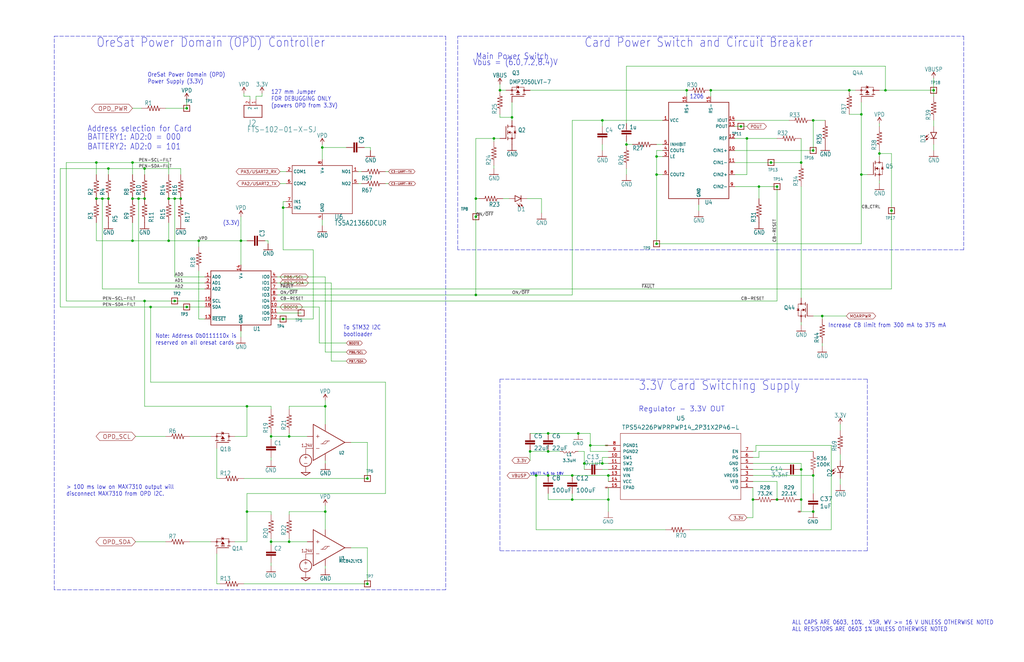
<source format=kicad_sch>
(kicad_sch (version 20211123) (generator eeschema)
  (paper "USLedger")
  (title_block (title "OreSat Battery Card") (rev "1.0"))
  (junction (at 60.96 127))
  (junction (at 327.66 210.82))
  (junction (at 337.82 68.58))
  (junction (at 223.52 190.5))
  (junction (at 276.86 73.66))
  (junction (at 45.72 71.12))
  (junction (at 342.9 50.8))
  (junction (at 73.66 83.82))
  (junction (at 317.5 210.82))
  (junction (at 373.38 38.1))
  (junction (at 231.14 200.66))
  (junction (at 337.82 198.12))
  (junction (at 215.9 49.53))
  (junction (at 200.66 83.82))
  (junction (at 40.64 83.82))
  (junction (at 358.14 38.1))
  (junction (at 137.16 215.9))
  (junction (at 231.14 190.5))
  (junction (at 248.92 187.96))
  (junction (at 314.96 58.42))
  (junction (at 370.84 64.77))
  (junction (at 363.22 48.26))
  (junction (at 256.54 200.66))
  (junction (at 243.84 182.88))
  (junction (at 200.66 124.46))
  (junction (at 342.9 200.66))
  (junction (at 76.2 83.82))
  (junction (at 208.28 58.42))
  (junction (at 241.3 200.66))
  (junction (at 58.42 83.82))
  (junction (at 231.14 182.88))
  (junction (at 119.38 87.63))
  (junction (at 121.92 228.6))
  (junction (at 375.92 88.9))
  (junction (at 55.88 101.6))
  (junction (at 327.66 78.74))
  (junction (at 55.88 83.82))
  (junction (at 254 50.8))
  (junction (at 276.86 102.87))
  (junction (at 78.74 45.72))
  (junction (at 154.94 201.93))
  (junction (at 226.06 200.66))
  (junction (at 200.66 91.44))
  (junction (at 299.72 38.1))
  (junction (at 78.74 129.54))
  (junction (at 114.3 184.15))
  (junction (at 210.82 38.1))
  (junction (at 104.14 215.9))
  (junction (at 135.89 62.23))
  (junction (at 325.12 68.58))
  (junction (at 73.66 127))
  (junction (at 71.12 101.6))
  (junction (at 71.12 83.82))
  (junction (at 83.82 101.6))
  (junction (at 346.71 133.35))
  (junction (at 393.7 38.1))
  (junction (at 154.94 246.38))
  (junction (at 276.86 66.04))
  (junction (at 289.56 38.1))
  (junction (at 114.3 228.6))
  (junction (at 137.16 171.45))
  (junction (at 264.16 60.96))
  (junction (at 342.9 215.9))
  (junction (at 121.92 184.15))
  (junction (at 43.18 83.82))
  (junction (at 119.38 134.62))
  (junction (at 45.72 83.82))
  (junction (at 320.04 78.74))
  (junction (at 60.96 83.82))
  (junction (at 312.42 53.34))
  (junction (at 60.96 71.12))
  (junction (at 256.54 210.82))
  (junction (at 55.88 68.58))
  (junction (at 342.9 63.5))
  (junction (at 337.82 210.82))
  (junction (at 101.6 101.6))
  (junction (at 241.3 210.82))
  (junction (at 254 195.58))
  (junction (at 40.64 68.58))
  (junction (at 363.22 73.66))
  (junction (at 104.14 171.45))
  (junction (at 246.38 195.58))
  (junction (at 63.5 129.54))
  (wire (pts (xy 104.14 215.9) (xy 104.14 208.28)))
  (wire (pts (xy 375.92 64.77) (xy 375.92 88.9)))
  (wire (pts (xy 201.93 83.82) (xy 200.66 83.82)))
  (wire (pts (xy 135.89 62.23) (xy 146.05 62.23)))
  (wire (pts (xy 363.22 102.87) (xy 276.86 102.87)))
  (wire (pts (xy 114.3 184.15) (xy 121.92 184.15)))
  (wire (pts (xy 393.7 60.96) (xy 393.7 63.5)))
  (wire (pts (xy 317.5 205.74) (xy 317.5 210.82)))
  (polyline (pts (xy 187.96 248.92) (xy 22.86 248.92)))
  (wire (pts (xy 210.82 35.56) (xy 210.82 38.1)))
  (wire (pts (xy 92.71 201.93) (xy 91.44 201.93)))
  (wire (pts (xy 212.09 83.82) (xy 214.63 83.82)))
  (wire (pts (xy 276.86 66.04) (xy 276.86 73.66)))
  (wire (pts (xy 264.16 52.07) (xy 264.16 27.94)))
  (wire (pts (xy 147.955 186.69) (xy 154.94 186.69)))
  (wire (pts (xy 114.3 171.45) (xy 104.14 171.45)))
  (wire (pts (xy 102.87 201.93) (xy 154.94 201.93)))
  (polyline (pts (xy 187.96 15.24) (xy 187.96 248.92)))
  (wire (pts (xy 135.89 95.25) (xy 135.89 92.71)))
  (wire (pts (xy 200.66 91.44) (xy 200.66 124.46)))
  (wire (pts (xy 264.16 59.69) (xy 264.16 60.96)))
  (wire (pts (xy 104.14 171.45) (xy 60.96 171.45)))
  (wire (pts (xy 309.88 58.42) (xy 314.96 58.42)))
  (wire (pts (xy 76.2 71.12) (xy 76.2 73.66)))
  (wire (pts (xy 342.9 50.8) (xy 347.98 50.8)))
  (wire (pts (xy 121.92 182.88) (xy 121.92 184.15)))
  (wire (pts (xy 43.18 121.92) (xy 43.18 83.82)))
  (wire (pts (xy 222.25 83.82) (xy 228.346 83.82)))
  (wire (pts (xy 69.85 45.72) (xy 78.74 45.72)))
  (wire (pts (xy 60.96 83.82) (xy 58.42 83.82)))
  (wire (pts (xy 226.06 200.66) (xy 223.52 200.66)))
  (wire (pts (xy 279.4 60.96) (xy 276.86 60.96)))
  (wire (pts (xy 223.52 190.5) (xy 231.14 190.5)))
  (wire (pts (xy 154.94 231.14) (xy 154.94 246.38)))
  (polyline (pts (xy 365.76 232.41) (xy 210.82 232.41)))
  (wire (pts (xy 317.5 198.12) (xy 330.2 198.12)))
  (wire (pts (xy 370.84 76.2) (xy 370.84 77.47)))
  (wire (pts (xy 208.28 58.42) (xy 200.66 58.42)))
  (wire (pts (xy 363.22 48.26) (xy 363.22 73.66)))
  (wire (pts (xy 105.41 40.64) (xy 105.41 41.91)))
  (wire (pts (xy 69.85 228.6) (xy 57.15 228.6)))
  (wire (pts (xy 370.84 64.77) (xy 375.92 64.77)))
  (polyline (pts (xy 406.4 15.24) (xy 406.4 105.41)))
  (wire (pts (xy 320.04 190.5) (xy 320.04 193.04)))
  (wire (pts (xy 375.92 88.9) (xy 375.92 121.92)))
  (wire (pts (xy 370.84 64.77) (xy 370.84 66.04)))
  (wire (pts (xy 102.87 39.37) (xy 102.87 40.64)))
  (wire (pts (xy 104.14 208.28) (xy 162.56 208.28)))
  (wire (pts (xy 137.16 116.84) (xy 137.16 148.59)))
  (wire (pts (xy 309.88 73.66) (xy 314.96 73.66)))
  (wire (pts (xy 25.4 129.54) (xy 25.4 71.12)))
  (wire (pts (xy 350.52 187.96) (xy 350.52 223.52)))
  (wire (pts (xy 337.82 215.9) (xy 337.82 210.82)))
  (wire (pts (xy 393.7 50.8) (xy 393.7 53.34)))
  (wire (pts (xy 337.82 215.9) (xy 342.9 215.9)))
  (wire (pts (xy 317.5 210.82) (xy 317.5 218.44)))
  (wire (pts (xy 223.52 182.88) (xy 231.14 182.88)))
  (wire (pts (xy 228.346 83.82) (xy 228.346 89.916)))
  (wire (pts (xy 104.14 228.6) (xy 99.06 228.6)))
  (wire (pts (xy 210.82 38.1) (xy 213.36 38.1)))
  (wire (pts (xy 241.3 50.8) (xy 254 50.8)))
  (wire (pts (xy 325.12 68.58) (xy 337.82 68.58)))
  (wire (pts (xy 317.5 200.66) (xy 342.9 200.66)))
  (wire (pts (xy 280.67 223.52) (xy 226.06 223.52)))
  (wire (pts (xy 137.16 116.84) (xy 116.84 116.84)))
  (wire (pts (xy 318.77 187.96) (xy 350.52 187.96)))
  (wire (pts (xy 91.44 201.93) (xy 91.44 189.23)))
  (wire (pts (xy 137.16 240.03) (xy 137.16 238.76)))
  (wire (pts (xy 40.64 68.58) (xy 55.88 68.58)))
  (wire (pts (xy 254 63.5) (xy 254 60.96)))
  (wire (pts (xy 114.3 238.76) (xy 114.3 237.49)))
  (wire (pts (xy 320.04 193.04) (xy 317.5 193.04)))
  (wire (pts (xy 312.42 53.34) (xy 314.96 53.34)))
  (wire (pts (xy 375.92 121.92) (xy 116.84 121.92)))
  (wire (pts (xy 25.4 71.12) (xy 45.72 71.12)))
  (wire (pts (xy 223.52 194.31) (xy 223.52 190.5)))
  (wire (pts (xy 231.14 200.66) (xy 241.3 200.66)))
  (wire (pts (xy 86.36 134.62) (xy 83.82 134.62)))
  (wire (pts (xy 114.3 228.6) (xy 114.3 227.33)))
  (wire (pts (xy 110.49 40.64) (xy 107.95 40.64)))
  (wire (pts (xy 337.82 137.16) (xy 337.82 135.89)))
  (wire (pts (xy 294.64 88.9) (xy 294.64 86.36)))
  (wire (pts (xy 114.3 185.42) (xy 114.3 184.15)))
  (wire (pts (xy 256.54 203.2) (xy 256.54 200.66)))
  (wire (pts (xy 327.66 127) (xy 327.66 78.74)))
  (polyline (pts (xy 22.86 248.92) (xy 22.86 15.24)))
  (wire (pts (xy 314.96 73.66) (xy 314.96 58.42)))
  (wire (pts (xy 104.14 184.15) (xy 99.06 184.15)))
  (wire (pts (xy 154.94 246.38) (xy 102.87 246.38)))
  (wire (pts (xy 137.16 171.45) (xy 137.16 168.91)))
  (wire (pts (xy 151.13 72.39) (xy 152.4 72.39)))
  (wire (pts (xy 342.9 190.5) (xy 320.04 190.5)))
  (wire (pts (xy 370.84 52.07) (xy 370.84 53.34)))
  (wire (pts (xy 40.64 73.66) (xy 40.64 68.58)))
  (wire (pts (xy 290.83 223.52) (xy 350.52 223.52)))
  (wire (pts (xy 55.88 73.66) (xy 55.88 68.58)))
  (wire (pts (xy 337.82 125.73) (xy 337.82 78.74)))
  (wire (pts (xy 276.86 66.04) (xy 279.4 66.04)))
  (wire (pts (xy 86.36 119.38) (xy 58.42 119.38)))
  (wire (pts (xy 327.66 78.74) (xy 320.04 78.74)))
  (wire (pts (xy 134.62 144.78) (xy 146.05 144.78)))
  (wire (pts (xy 121.92 184.15) (xy 129.54 184.15)))
  (wire (pts (xy 88.9 228.6) (xy 80.01 228.6)))
  (wire (pts (xy 101.6 101.6) (xy 104.14 101.6)))
  (wire (pts (xy 40.64 101.6) (xy 55.88 101.6)))
  (wire (pts (xy 276.86 102.87) (xy 276.86 73.66)))
  (wire (pts (xy 92.71 246.38) (xy 91.44 246.38)))
  (wire (pts (xy 370.84 38.1) (xy 373.38 38.1)))
  (wire (pts (xy 83.82 114.3) (xy 83.82 134.62)))
  (wire (pts (xy 215.9 49.53) (xy 215.9 43.18)))
  (wire (pts (xy 241.3 210.82) (xy 241.3 208.28)))
  (wire (pts (xy 27.94 127) (xy 27.94 68.58)))
  (wire (pts (xy 299.72 40.64) (xy 299.72 38.1)))
  (wire (pts (xy 121.92 228.6) (xy 129.54 228.6)))
  (wire (pts (xy 110.49 39.37) (xy 110.49 40.64)))
  (wire (pts (xy 137.16 195.58) (xy 137.16 194.31)))
  (wire (pts (xy 246.38 198.12) (xy 246.38 195.58)))
  (wire (pts (xy 200.66 124.46) (xy 241.3 124.46)))
  (wire (pts (xy 83.82 104.14) (xy 83.82 101.6)))
  (wire (pts (xy 104.14 215.9) (xy 104.14 228.6)))
  (wire (pts (xy 256.54 195.58) (xy 254 195.58)))
  (wire (pts (xy 135.89 62.23) (xy 135.89 67.31)))
  (wire (pts (xy 137.16 148.59) (xy 146.05 148.59)))
  (wire (pts (xy 256.54 198.12) (xy 254 198.12)))
  (wire (pts (xy 320.04 78.74) (xy 309.88 78.74)))
  (wire (pts (xy 102.87 40.64) (xy 105.41 40.64)))
  (polyline (pts (xy 406.4 105.41) (xy 193.04 105.41)))
  (wire (pts (xy 134.62 129.54) (xy 134.62 144.78)))
  (wire (pts (xy 137.16 215.9) (xy 121.92 215.9)))
  (wire (pts (xy 373.38 38.1) (xy 393.7 38.1)))
  (wire (pts (xy 121.92 217.17) (xy 121.92 215.9)))
  (wire (pts (xy 153.67 62.23) (xy 156.21 62.23)))
  (wire (pts (xy 162.56 72.39) (xy 163.83 72.39)))
  (wire (pts (xy 113.03 101.6) (xy 113.03 102.87)))
  (wire (pts (xy 114.3 194.31) (xy 114.3 193.04)))
  (wire (pts (xy 60.96 127) (xy 60.96 171.45)))
  (wire (pts (xy 337.82 198.12) (xy 337.82 210.82)))
  (wire (pts (xy 248.92 190.5) (xy 256.54 190.5)))
  (wire (pts (xy 243.84 190.5) (xy 246.38 190.5)))
  (wire (pts (xy 58.42 119.38) (xy 58.42 83.82)))
  (wire (pts (xy 114.3 228.6) (xy 121.92 228.6)))
  (wire (pts (xy 63.5 129.54) (xy 78.74 129.54)))
  (wire (pts (xy 370.84 63.5) (xy 370.84 64.77)))
  (wire (pts (xy 317.5 203.2) (xy 327.66 203.2)))
  (wire (pts (xy 40.64 101.6) (xy 40.64 93.98)))
  (wire (pts (xy 88.9 184.15) (xy 80.01 184.15)))
  (wire (pts (xy 121.92 172.72) (xy 121.92 171.45)))
  (wire (pts (xy 119.38 85.09) (xy 120.65 85.09)))
  (wire (pts (xy 254 195.58) (xy 246.38 195.58)))
  (wire (pts (xy 162.56 77.47) (xy 163.83 77.47)))
  (wire (pts (xy 76.2 83.82) (xy 73.66 83.82)))
  (wire (pts (xy 309.88 53.34) (xy 312.42 53.34)))
  (wire (pts (xy 45.72 83.82) (xy 43.18 83.82)))
  (wire (pts (xy 71.12 73.66) (xy 71.12 68.58)))
  (wire (pts (xy 162.56 208.28) (xy 162.56 161.29)))
  (wire (pts (xy 393.7 33.02) (xy 393.7 38.1)))
  (wire (pts (xy 325.12 68.58) (xy 309.88 68.58)))
  (wire (pts (xy 73.66 127) (xy 86.36 127)))
  (wire (pts (xy 116.84 129.54) (xy 134.62 129.54)))
  (wire (pts (xy 114.3 228.6) (xy 114.3 229.87)))
  (wire (pts (xy 327.66 203.2) (xy 327.66 210.82)))
  (wire (pts (xy 254 195.58) (xy 254 193.04)))
  (wire (pts (xy 114.3 217.17) (xy 114.3 215.9)))
  (wire (pts (xy 60.96 127) (xy 73.66 127)))
  (wire (pts (xy 358.14 48.26) (xy 363.22 48.26)))
  (wire (pts (xy 208.28 58.42) (xy 210.82 58.42)))
  (wire (pts (xy 393.7 38.1) (xy 393.7 40.64)))
  (wire (pts (xy 363.22 73.66) (xy 363.22 102.87)))
  (wire (pts (xy 223.52 38.1) (xy 289.56 38.1)))
  (wire (pts (xy 154.94 186.69) (xy 154.94 201.93)))
  (wire (pts (xy 243.84 182.88) (xy 248.92 182.88)))
  (wire (pts (xy 73.66 116.84) (xy 73.66 83.82)))
  (wire (pts (xy 299.72 38.1) (xy 358.14 38.1)))
  (polyline (pts (xy 210.82 160.02) (xy 365.76 160.02)))
  (wire (pts (xy 119.38 134.62) (xy 132.08 134.62)))
  (wire (pts (xy 256.54 193.04) (xy 254 193.04)))
  (wire (pts (xy 256.54 187.96) (xy 248.92 187.96)))
  (wire (pts (xy 337.82 195.58) (xy 337.82 198.12)))
  (wire (pts (xy 346.71 146.05) (xy 346.71 144.78)))
  (polyline (pts (xy 210.82 232.41) (xy 210.82 160.02)))
  (wire (pts (xy 137.16 215.9) (xy 137.16 213.36)))
  (wire (pts (xy 231.14 200.66) (xy 226.06 200.66)))
  (wire (pts (xy 111.76 101.6) (xy 113.03 101.6)))
  (polyline (pts (xy 193.04 105.41) (xy 193.04 15.24)))
  (wire (pts (xy 25.4 129.54) (xy 63.5 129.54)))
  (wire (pts (xy 254 50.8) (xy 279.4 50.8)))
  (wire (pts (xy 63.5 129.54) (xy 63.5 161.29)))
  (wire (pts (xy 119.38 134.62) (xy 116.84 134.62)))
  (wire (pts (xy 365.76 73.66) (xy 363.22 73.66)))
  (wire (pts (xy 104.14 171.45) (xy 104.14 184.15)))
  (wire (pts (xy 231.14 182.88) (xy 243.84 182.88)))
  (wire (pts (xy 162.56 161.29) (xy 63.5 161.29)))
  (wire (pts (xy 276.86 63.5) (xy 276.86 66.04)))
  (wire (pts (xy 317.5 195.58) (xy 337.82 195.58)))
  (wire (pts (xy 200.66 58.42) (xy 200.66 83.82)))
  (wire (pts (xy 200.66 83.82) (xy 200.66 91.44)))
  (wire (pts (xy 256.54 205.74) (xy 256.54 210.82)))
  (wire (pts (xy 78.74 45.72) (xy 78.74 41.91)))
  (wire (pts (xy 346.71 133.35) (xy 342.9 133.35)))
  (wire (pts (xy 59.69 45.72) (xy 55.88 45.72)))
  (wire (pts (xy 139.7 152.4) (xy 146.05 152.4)))
  (wire (pts (xy 342.9 200.66) (xy 342.9 208.28)))
  (wire (pts (xy 276.86 73.66) (xy 279.4 73.66)))
  (wire (pts (xy 139.7 119.38) (xy 139.7 152.4)))
  (wire (pts (xy 45.72 73.66) (xy 45.72 71.12)))
  (wire (pts (xy 119.38 87.63) (xy 119.38 105.41)))
  (wire (pts (xy 60.96 73.66) (xy 60.96 71.12)))
  (polyline (pts (xy 365.76 160.02) (xy 365.76 232.41)))
  (wire (pts (xy 116.84 127) (xy 327.66 127)))
  (wire (pts (xy 116.84 119.38) (xy 139.7 119.38)))
  (wire (pts (xy 210.82 48.26) (xy 210.82 49.53)))
  (wire (pts (xy 354.33 191.77) (xy 354.33 194.31)))
  (wire (pts (xy 114.3 215.9) (xy 104.14 215.9)))
  (wire (pts (xy 248.92 187.96) (xy 248.92 190.5)))
  (polyline (pts (xy 193.04 15.24) (xy 406.4 15.24)))
  (wire (pts (xy 27.94 68.58) (xy 40.64 68.58)))
  (wire (pts (xy 231.14 210.82) (xy 231.14 208.28)))
  (wire (pts (xy 121.92 227.33) (xy 121.92 228.6)))
  (wire (pts (xy 60.96 71.12) (xy 76.2 71.12)))
  (wire (pts (xy 71.12 101.6) (xy 71.12 93.98)))
  (wire (pts (xy 346.71 134.62) (xy 346.71 133.35)))
  (wire (pts (xy 264.16 27.94) (xy 373.38 27.94)))
  (wire (pts (xy 358.14 38.1) (xy 360.68 38.1)))
  (wire (pts (xy 132.08 134.62) (xy 132.08 105.41)))
  (wire (pts (xy 114.3 172.72) (xy 114.3 171.45)))
  (wire (pts (xy 215.9 50.8) (xy 215.9 49.53)))
  (wire (pts (xy 71.12 101.6) (xy 83.82 101.6)))
  (wire (pts (xy 208.28 69.85) (xy 208.28 71.12)))
  (wire (pts (xy 58.42 83.82) (xy 55.88 83.82)))
  (wire (pts (xy 137.16 215.9) (xy 137.16 223.52)))
  (wire (pts (xy 342.9 63.5) (xy 342.9 50.8)))
  (wire (pts (xy 73.66 83.82) (xy 71.12 83.82)))
  (wire (pts (xy 119.38 87.63) (xy 119.38 85.09)))
  (wire (pts (xy 363.22 48.26) (xy 363.22 43.18)))
  (polyline (pts (xy 22.86 15.24) (xy 187.96 15.24)))
  (wire (pts (xy 279.4 63.5) (xy 276.86 63.5)))
  (wire (pts (xy 69.85 184.15) (xy 57.15 184.15)))
  (wire (pts (xy 320.04 83.82) (xy 320.04 78.74)))
  (wire (pts (xy 114.3 184.15) (xy 114.3 182.88)))
  (wire (pts (xy 45.72 71.12) (xy 60.96 71.12)))
  (wire (pts (xy 246.38 195.58) (xy 246.38 190.5)))
  (wire (pts (xy 337.82 68.58) (xy 337.82 58.42)))
  (wire (pts (xy 86.36 121.92) (xy 43.18 121.92)))
  (wire (pts (xy 241.3 124.46) (xy 241.3 50.8)))
  (wire (pts (xy 132.08 105.41) (xy 119.38 105.41)))
  (wire (pts (xy 317.5 218.44) (xy 314.96 218.44)))
  (wire (pts (xy 120.65 72.39) (xy 118.11 72.39)))
  (wire (pts (xy 116.84 124.46) (xy 200.66 124.46)))
  (wire (pts (xy 101.6 142.24) (xy 101.6 139.7)))
  (wire (pts (xy 241.3 200.66) (xy 256.54 200.66)))
  (wire (pts (xy 354.33 179.07) (xy 354.33 181.61)))
  (wire (pts (xy 314.96 58.42) (xy 327.66 58.42)))
  (wire (pts (xy 27.94 127) (xy 60.96 127)))
  (wire (pts (xy 55.88 101.6) (xy 71.12 101.6)))
  (wire (pts (xy 101.6 111.76) (xy 101.6 101.6)))
  (wire (pts (xy 241.3 210.82) (xy 256.54 210.82)))
  (wire (pts (xy 55.88 101.6) (xy 55.88 93.98)))
  (wire (pts (xy 91.44 233.68) (xy 91.44 246.38)))
  (wire (pts (xy 151.13 77.47) (xy 152.4 77.47)))
  (wire (pts (xy 256.54 210.82) (xy 256.54 215.9)))
  (wire (pts (xy 135.89 60.96) (xy 135.89 62.23)))
  (wire (pts (xy 317.5 190.5) (xy 318.77 190.5)))
  (wire (pts (xy 354.33 201.93) (xy 354.33 204.47)))
  (wire (pts (xy 208.28 59.69) (xy 208.28 58.42)))
  (wire (pts (xy 137.16 179.07) (xy 137.16 171.45)))
  (wire (pts (xy 254 53.34) (xy 254 50.8)))
  (wire (pts (xy 137.16 171.45) (xy 121.92 171.45)))
  (wire (pts (xy 309.88 50.8) (xy 332.74 50.8)))
  (wire (pts (xy 248.92 182.88) (xy 248.92 187.96)))
  (wire (pts (xy 264.16 60.96) (xy 266.7 60.96)))
  (wire (pts (xy 55.88 68.58) (xy 71.12 68.58)))
  (wire (pts (xy 309.88 63.5) (xy 342.9 63.5)))
  (wire (pts (xy 264.16 73.66) (xy 264.16 71.12)))
  (wire (pts (xy 346.71 133.35) (xy 356.87 133.35)))
  (wire (pts (xy 289.56 38.1) (xy 289.56 40.64)))
  (wire (pts (xy 86.36 116.84) (xy 73.66 116.84)))
  (wire (pts (xy 373.38 27.94) (xy 373.38 38.1)))
  (wire (pts (xy 210.82 49.53) (xy 215.9 49.53)))
  (wire (pts (xy 318.77 190.5) (xy 318.77 187.96)))
  (wire (pts (xy 231.14 190.5) (xy 236.22 190.5)))
  (wire (pts (xy 231.14 210.82) (xy 241.3 210.82)))
  (wire (pts (xy 43.18 83.82) (xy 40.64 83.82)))
  (wire (pts (xy 120.65 77.47) (xy 118.11 77.47)))
  (wire (pts (xy 226.06 223.52) (xy 226.06 200.66)))
  (wire (pts (xy 120.65 87.63) (xy 119.38 87.63)))
  (wire (pts (xy 86.36 129.54) (xy 78.74 129.54)))
  (wire (pts (xy 101.6 101.6) (xy 101.6 91.44)))
  (wire (pts (xy 83.82 101.6) (xy 101.6 101.6)))
  (wire (pts (xy 156.21 62.23) (xy 156.21 63.5)))
  (wire (pts (xy 107.95 40.64) (xy 107.95 41.91)))
  (wire (pts (xy 116.84 132.08) (xy 127 132.08)))
  (wire (pts (xy 147.955 231.14) (xy 154.94 231.14)))
  (text "Address selection for Card" (at 36.83 55.88 180) (effects (font (size 2.54 2.159)) (justify left bottom)))
  (text "127 mm Jumper\nFOR DEBUGGING ONLY\n(powers OPD from 3.3V)" (at 114.3 45.72 0) (effects (font (size 1.778 1.5113)) (justify left bottom)))
  (text "(3.3V)" (at 93.98 95.25 180) (effects (font (size 1.778 1.5113)) (justify left bottom)))
  (text "BATTERY1: AD2:0 = 000\nBATTERY2: AD2:0 = 101" (at 36.83 63.5 180) (effects (font (size 2.54 2.159)) (justify left bottom)))
  (text "Main Power Switch" (at 200.66 25.4 180) (effects (font (size 2.54 2.159)) (justify left bottom)))
  (text "1206" (at 290.83 41.91 180) (effects (font (size 1.778 1.5113)) (justify left bottom)))
  (text "ALL CAPS ARE 0603, 10%,  X5R, WV >= 16 V UNLESS OTHERWISE NOTED\nALL RESISTORS ARE 0603 1% UNLESS OTHERWISE NOTED" (at 334.01 266.7 0) (effects (font (size 1.778 1.5113)) (justify left bottom)))
  (text "Regulator - 3.3V OUT" (at 269.24 173.99 0) (effects (font (size 2.159 2.159)) (justify left bottom)))
  (text "Note: Address 0b0111110x is\nreserved on all oresat cards" (at 65.532 145.796 0) (effects (font (size 1.778 1.5113)) (justify left bottom)))
  (text "OreSat Power Domain (OPD) Controller" (at 40.64 20.32 180) (effects (font (size 3.81 3.2385)) (justify left bottom)))
  (text "Card Power Switch and Circuit Breaker" (at 246.38 20.32 180) (effects (font (size 3.81 3.2385)) (justify left bottom)))
  (text "3.3V Card Switching Supply" (at 269.24 165.1 180) (effects (font (size 3.81 3.2385)) (justify left bottom)))
  (text "Increase CB limit from 300 mA to 375 mA" (at 349.25 138.43 180) (effects (font (size 1.778 1.5113)) (justify left bottom)))
  (text "OreSat Power Domain (OPD)\nPower Supply (3.3V)" (at 62.23 35.56 180) (effects (font (size 1.778 1.5113)) (justify left bottom)))
  (text "Vbus = (6.0,7.2,8.4)V" (at 199.39 27.94 180) (effects (font (size 2.54 2.159)) (justify left bottom)))
  (text "To STM32 I2C\nbootloader" (at 144.78 142.24 180) (effects (font (size 1.778 1.5113)) (justify left bottom)))
  (text "> 100 ms low on MAX7310 output will\ndisconnect MAX7310 from OPD I2C." (at 27.94 209.55 0) (effects (font (size 1.778 1.5113)) (justify left bottom)))
  (text "VBATT 4.5 to 18V" (at 223.52 200.66 0) (effects (font (size 1.0668 1.0668)) (justify left bottom)))
  (label "PEN-SDA-FILT" (at 58.42 71.12 0) (effects (font (size 1.2446 1.2446))))
  (label "ON/~{OFF}" (at 118.11 124.46 0) (effects (font (size 1.2446 1.2446))))
  (label "CB-RESET" (at 312.42 127 0) (effects (font (size 1.2446 1.2446))))
  (label "~{FAULT}" (at 118.11 121.92 0) (effects (font (size 1.2446 1.2446))))
  (label "CB_CTRL" (at 363.22 88.265 0) (effects (font (size 1.2446 1.2446))))
  (label "PEN-SCL-FILT" (at 43.18 127 0) (effects (font (size 1.2446 1.2446))))
  (label "CB-RESET" (at 118.11 127 0) (effects (font (size 1.2446 1.2446))))
  (label "CB-RESET" (at 327.66 102.235 90) (effects (font (size 1.2446 1.2446))))
  (label "PEN-SDA-FILT" (at 43.18 129.54 0) (effects (font (size 1.2446 1.2446))))
  (label "AD0" (at 73.66 116.84 0) (effects (font (size 1.2446 1.2446))))
  (label "PEN-SCL-FILT" (at 58.42 68.58 0) (effects (font (size 1.2446 1.2446))))
  (label "~{FAULT}" (at 270.51 121.92 0) (effects (font (size 1.2446 1.2446))))
  (label "AD1" (at 73.66 119.38 0) (effects (font (size 1.2446 1.2446))))
  (label "VPD" (at 83.82 101.6 0) (effects (font (size 1.2446 1.2446))))
  (label "ON/~{OFF}" (at 200.66 91.44 0) (effects (font (size 1.2446 1.2446))))
  (label "AD2" (at 73.66 121.92 0) (effects (font (size 1.2446 1.2446))))
  (label "ON/~{OFF}" (at 215.9 124.46 0) (effects (font (size 1.2446 1.2446))))
  (global_label "GND" (shape bidirectional) (at 256.54 205.74 180) (effects (font (size 0.254 0.254))) (property "Intersheet References" "${INTERSHEET_REFS}" (effects hide)))
  (global_label "OPD_SDA" (shape bidirectional) (at 57.15 228.6 180) (effects (font (size 1.778 1.778))) (property "Intersheet References" "${INTERSHEET_REFS}" (effects hide)))
  (global_label "C3-UART-TX" (shape bidirectional) (at 163.83 72.39 0) (effects (font (size 0.889 0.889))) (property "Intersheet References" "${INTERSHEET_REFS}" (effects hide)))
  (global_label "GND" (shape bidirectional) (at 256.54 187.96 180) (effects (font (size 0.254 0.254))) (property "Intersheet References" "${INTERSHEET_REFS}" (effects hide)))
  (global_label "BOOT0" (shape bidirectional) (at 146.05 144.78 0) (effects (font (size 0.889 0.889))) (property "Intersheet References" "${INTERSHEET_REFS}" (effects hide)))
  (global_label "PB6/SCL" (shape bidirectional) (at 146.05 148.59 0) (effects (font (size 0.889 0.889))) (property "Intersheet References" "${INTERSHEET_REFS}" (effects hide)))
  (global_label "OPD_PWR" (shape bidirectional) (at 55.88 45.72 180) (effects (font (size 1.778 1.778))) (property "Intersheet References" "${INTERSHEET_REFS}" (effects hide)))
  (global_label "3.3V" (shape bidirectional) (at 223.52 194.31 180) (property "Intersheet References" "${INTERSHEET_REFS}" (effects hide)))
  (global_label "PB6/SCL" (shape bidirectional) (at 118.11 116.84 0) (effects (font (size 1.2446 1.2446))) (property "Intersheet References" "${INTERSHEET_REFS}" (effects hide)))
  (global_label "PA3/USART2_RX" (shape bidirectional) (at 118.11 72.39 180) (effects (font (size 1.2446 1.2446))) (property "Intersheet References" "${INTERSHEET_REFS}" (effects hide)))
  (global_label "BOOT0" (shape bidirectional) (at 118.11 129.54 0) (effects (font (size 1.2446 1.2446))) (property "Intersheet References" "${INTERSHEET_REFS}" (effects hide)))
  (global_label "OPD_SCL" (shape bidirectional) (at 57.15 184.15 180) (effects (font (size 1.778 1.778))) (property "Intersheet References" "${INTERSHEET_REFS}" (effects hide)))
  (global_label "PB7/SDA" (shape bidirectional) (at 118.11 119.38 0) (effects (font (size 1.2446 1.2446))) (property "Intersheet References" "${INTERSHEET_REFS}" (effects hide)))
  (global_label "3.3V" (shape bidirectional) (at 314.96 218.44 180) (property "Intersheet References" "${INTERSHEET_REFS}" (effects hide)))
  (global_label "PA2/USART2_TX" (shape bidirectional) (at 118.11 77.47 180) (effects (font (size 1.2446 1.2446))) (property "Intersheet References" "${INTERSHEET_REFS}" (effects hide)))
  (global_label "VBUSP" (shape bidirectional) (at 223.52 200.66 180) (property "Intersheet References" "${INTERSHEET_REFS}" (effects hide)))
  (global_label "MOARPWR" (shape bidirectional) (at 356.87 133.35 0) (effects (font (size 1.2446 1.2446))) (property "Intersheet References" "${INTERSHEET_REFS}" (effects hide)))
  (global_label "C3-UART-RX" (shape bidirectional) (at 163.83 77.47 0) (effects (font (size 0.889 0.889))) (property "Intersheet References" "${INTERSHEET_REFS}" (effects hide)))
  (global_label "GND" (shape bidirectional) (at 337.82 215.9 180) (effects (font (size 0.254 0.254))) (property "Intersheet References" "${INTERSHEET_REFS}" (effects hide)))
  (global_label "POUT" (shape bidirectional) (at 314.96 53.34 0) (effects (font (size 1.2446 1.2446))) (property "Intersheet References" "${INTERSHEET_REFS}" (effects hide)))
  (global_label "PB7/SDA" (shape bidirectional) (at 146.05 152.4 0) (effects (font (size 0.889 0.889))) (property "Intersheet References" "${INTERSHEET_REFS}" (effects hide)))
  (symbol (lib_id "oresat-batteries-eagle-import:C-EU0603-C-NOSILK") (at 151.13 62.23 270) (mirror x) (unit 1)
    (property "Reference" "C9" (at 151.511 60.706 0) (effects (font (size 1.778 1.5113)) (justify left bottom)))
    (property "Value" "100n" (at 146.431 60.706 0) (effects (font (size 1.778 1.5113)) (justify left bottom)))
    (property "Footprint" "oresat-footprints:0603-SMALL" (effects hide))
  )
  (symbol (lib_id "oresat-batteries-eagle-import:C-EU0603-C-NOSILK") (at 264.16 57.15 0) (mirror x) (unit 1)
    (property "Reference" "C7" (at 260.35 54.61 0) (effects (font (size 1.778 1.5113)) (justify left top)))
    (property "Value" "1u" (at 265.43 54.61 0) (effects (font (size 1.778 1.5113)) (justify left top)))
    (property "Footprint" "oresat-footprints:0603-SMALL" (effects hide))
  )
  (symbol (lib_id "mainboard:22UF-1210-16V-20%") (at 231.14 205.74 0) (unit 1)
    (property "Reference" "C8" (at 232.664 202.819 0) (effects (font (size 1.778 1.778)) (justify left bottom)))
    (property "Value" "100uF" (at 232.664 207.899 0) (effects (font (size 1.778 1.778)) (justify left bottom)))
    (property "Footprint" "Capacitor_SMD:C_1210_3225Metric" (effects hide))
    (property "Description" "100uF 16V X5R 1210" (effects hide))
  )
  (symbol (lib_id "OreSat-q-mosfet-DMP3050LVT-7-pch-sot23-6:MOSFET-PCH-SOT23-6") (at 365.76 40.64 90) (unit 1)
    (property "Reference" "Q4" (at 359.41 31.75 90) (effects (font (size 1.778 1.5113)) (justify right top)))
    (property "Value" "DMP3050LVT-7" (at 359.41 34.29 90) (effects (font (size 1.778 1.5113)) (justify right top)))
    (property "Footprint" "oresat-footprints:SOT23-6" (effects hide))
  )
  (symbol (lib_id "oresat-batteries-eagle-import:R-US_0603-C-NOSILK") (at 71.12 78.74 270) (unit 1)
    (property "Reference" "R14" (at 69.6214 82.55 0) (effects (font (size 1.778 1.5113)) (justify right top)))
    (property "Value" "NP" (at 69.342 77.47 0) (effects (font (size 1.778 1.5113)) (justify right top)))
    (property "Footprint" "oresat-footprints:0603-SMALL" (effects hide))
  )
  (symbol (lib_id "mainboard:22UF-1210-16V-20%") (at 241.3 205.74 0) (unit 1)
    (property "Reference" "C12" (at 242.824 202.819 0) (effects (font (size 1.778 1.778)) (justify left bottom)))
    (property "Value" "100uF" (at 242.824 207.899 0) (effects (font (size 1.778 1.778)) (justify left bottom)))
    (property "Footprint" "Capacitor_SMD:C_1210_3225Metric" (effects hide))
    (property "Description" "100uF 16V X5R 1210" (effects hide))
  )
  (symbol (lib_id "oresat-batteries-eagle-import:TEST-POINT-LARGE-SQUARE") (at 327.66 78.74 180) (unit 1)
    (property "Reference" "TP14" (at 330.2 74.93 0) (effects (font (size 1.27 1.0795)) (justify left bottom)))
    (property "Value" "TEST-POINT-LARGE-SQUARE" (effects hide))
    (property "Footprint" "oresat-footprints:TestPoint_Pad_1.0x1.0mm" (effects hide))
  )
  (symbol (lib_id "oresat-batteries-eagle-import:VPD") (at 135.89 60.96 0) (unit 1)
    (property "Reference" "#VPD07" (effects hide))
    (property "Value" "VPD" (at 135.89 58.166 0) (effects (font (size 1.778 1.5113)) (justify bottom)))
    (property "Footprint" "oresat-batteries:" (effects hide))
  )
  (symbol (lib_id "oresat-batteries-eagle-import:GND") (at 76.2 96.52 0) (mirror y) (unit 1)
    (property "Reference" "#GND06" (effects hide))
    (property "Value" "GND" (at 78.74 99.06 0) (effects (font (size 1.778 1.5113)) (justify left bottom)))
    (property "Footprint" "oresat-batteries:" (effects hide))
  )
  (symbol (lib_id "oresat-batteries-eagle-import:R-US_0603-C-NOSILK") (at 285.75 223.52 180) (unit 1)
    (property "Reference" "R70" (at 289.56 225.0186 0) (effects (font (size 1.778 1.5113)) (justify left bottom)))
    (property "Value" "73.2K" (at 289.56 220.218 0) (effects (font (size 1.778 1.5113)) (justify left bottom)))
    (property "Footprint" "Max:0603-RES" (effects hide))
  )
  (symbol (lib_id "oresat-batteries-eagle-import:TEST-POINT-LARGE-SQUARE") (at 276.86 102.87 0) (mirror y) (unit 1)
    (property "Reference" "TP9" (at 274.32 105.41 0) (effects (font (size 1.27 1.0795)) (justify left bottom)))
    (property "Value" "TEST-POINT-LARGE-SQUARE" (effects hide))
    (property "Footprint" "oresat-footprints:TestPoint_Pad_1.0x1.0mm" (effects hide))
  )
  (symbol (lib_id "oresat-batteries-eagle-import:GND") (at 393.7 66.04 0) (mirror y) (unit 1)
    (property "Reference" "#GND029" (effects hide))
    (property "Value" "GND" (at 396.24 68.58 0) (effects (font (size 1.778 1.5113)) (justify left bottom)))
    (property "Footprint" "oresat-batteries:" (effects hide))
  )
  (symbol (lib_id "oresat-batteries-eagle-import:R-US_0603-C-NOSILK") (at 337.82 50.8 180) (unit 1)
    (property "Reference" "R33" (at 332.74 49.53 0) (effects (font (size 1.778 1.5113)) (justify right top)))
    (property "Value" "0" (at 339.09 49.53 0) (effects (font (size 1.778 1.5113)) (justify right top)))
    (property "Footprint" "oresat-footprints:0603-SMALL" (effects hide))
  )
  (symbol (lib_id "oresat-batteries-eagle-import:LED-GREEN0603") (at 217.17 83.82 90) (unit 1)
    (property "Reference" "D1" (at 221.742 87.249 90) (effects (font (size 1.778 1.778)) (justify left bottom)))
    (property "Value" "GREEN" (at 221.742 81.915 90) (effects (font (size 1.778 1.778)) (justify left top)))
    (property "Footprint" "oresat-footprints:LED-0603" (effects hide))
  )
  (symbol (lib_id "oresat-batteries-eagle-import:R-US_0603-C-NOSILK") (at 114.3 222.25 90) (unit 1)
    (property "Reference" "R20" (at 113.03 227.33 0) (effects (font (size 1.778 1.5113)) (justify left bottom)))
    (property "Value" "330k" (at 113.03 220.98 0) (effects (font (size 1.778 1.5113)) (justify left bottom)))
    (property "Footprint" "oresat-footprints:0603-SMALL" (effects hide))
  )
  (symbol (lib_id "oresat-batteries-eagle-import:VBUSP") (at 393.7 33.02 0) (unit 1)
    (property "Reference" "#VBUSP02" (effects hide))
    (property "Value" "VBUSP" (at 393.7 30.226 0) (effects (font (size 1.778 1.5113)) (justify bottom)))
    (property "Footprint" "oresat-batteries:" (effects hide))
  )
  (symbol (lib_id "oresat-batteries-eagle-import:R-US_0603-C-NOSILK") (at 393.7 45.72 90) (unit 1)
    (property "Reference" "R39" (at 392.43 50.8 0) (effects (font (size 1.778 1.5113)) (justify left bottom)))
    (property "Value" "2.7k" (at 392.43 45.72 0) (effects (font (size 1.778 1.5113)) (justify left bottom)))
    (property "Footprint" "oresat-footprints:0603-SMALL" (effects hide))
  )
  (symbol (lib_id "oresat-batteries-eagle-import:R-US_0603-C-NOSILK") (at 210.82 43.18 90) (unit 1)
    (property "Reference" "R25" (at 209.55 48.26 0) (effects (font (size 1.778 1.5113)) (justify left bottom)))
    (property "Value" "10k" (at 209.55 41.91 0) (effects (font (size 1.778 1.5113)) (justify left bottom)))
    (property "Footprint" "oresat-footprints:0603-SMALL" (effects hide))
  )
  (symbol (lib_id "oresat-batteries-eagle-import:N-MOSFET-SOT-23-3") (at 368.3 71.12 0) (unit 1)
    (property "Reference" "Q5" (at 373.38 71.12 0) (effects (font (size 1.778 1.5113)) (justify left bottom)))
    (property "Value" "PMV45EN" (at 373.38 73.66 0) (effects (font (size 1.778 1.5113)) (justify left bottom)))
    (property "Footprint" "oresat-batteries:SOT23-3" (effects hide))
  )
  (symbol (lib_id "oresat-batteries-eagle-import:R-US_0603-C-NOSILK") (at 71.12 88.9 270) (unit 1)
    (property "Reference" "R15" (at 69.6214 92.71 0) (effects (font (size 1.778 1.5113)) (justify right top)))
    (property "Value" "NP" (at 69.342 87.63 0) (effects (font (size 1.778 1.5113)) (justify right top)))
    (property "Footprint" "oresat-footprints:0603-SMALL" (effects hide))
  )
  (symbol (lib_id "oresat-batteries-eagle-import:R-US_0603-C-NOSILK") (at 55.88 88.9 270) (unit 1)
    (property "Reference" "R9" (at 54.3814 92.71 0) (effects (font (size 1.778 1.5113)) (justify right top)))
    (property "Value" "NP" (at 54.102 87.63 0) (effects (font (size 1.778 1.5113)) (justify right top)))
    (property "Footprint" "oresat-footprints:0603-SMALL" (effects hide))
  )
  (symbol (lib_id "oresat-batteries-eagle-import:LED-GREEN0603") (at 354.33 196.85 0) (unit 1)
    (property "Reference" "D2" (at 350.901 201.422 90) (effects (font (size 1.778 1.778)) (justify left bottom)))
    (property "Value" "GREEN" (at 356.235 201.422 90) (effects (font (size 1.778 1.778)) (justify left top)))
    (property "Footprint" "oresat-footprints:LED-0603" (effects hide))
  )
  (symbol (lib_id "oresat-batteries-eagle-import:TEST-POINT-LARGE-SQUARE") (at 154.94 246.38 180) (unit 1)
    (property "Reference" "TP7" (at 157.48 242.57 0) (effects (font (size 1.27 1.0795)) (justify left bottom)))
    (property "Value" "TEST-POINT-LARGE-SQUARE" (effects hide))
    (property "Footprint" "oresat-footprints:TestPoint_Pad_1.0x1.0mm" (effects hide))
  )
  (symbol (lib_id "oresat-batteries-eagle-import:R-US_0603-C-NOSILK") (at 74.93 184.15 0) (unit 1)
    (property "Reference" "R6" (at 71.12 182.88 0) (effects (font (size 1.778 1.5113)) (justify left bottom)))
    (property "Value" "100" (at 77.47 182.88 0) (effects (font (size 1.778 1.5113)) (justify left bottom)))
    (property "Footprint" "oresat-footprints:0603-SMALL" (effects hide))
  )
  (symbol (lib_id "oresat-batteries-eagle-import:GND") (at 294.64 91.44 0) (mirror y) (unit 1)
    (property "Reference" "#GND021" (effects hide))
    (property "Value" "GND" (at 297.18 93.98 0) (effects (font (size 1.778 1.5113)) (justify left bottom)))
    (property "Footprint" "oresat-batteries:" (effects hide))
  )
  (symbol (lib_id "oresat-batteries-eagle-import:3.3V") (at 354.33 179.07 0) (unit 1)
    (property "Reference" "#SUPPLY01" (effects hide))
    (property "Value" "3.3V" (at 354.33 176.276 0) (effects (font (size 1.778 1.5113)) (justify bottom)))
    (property "Footprint" "oresat-batteries:" (effects hide))
  )
  (symbol (lib_id "oresat-batteries-eagle-import:TEST-POINT-LARGE-SQUARE") (at 342.9 63.5 0) (unit 1)
    (property "Reference" "TP16" (at 339.09 67.31 0) (effects (font (size 1.27 1.0795)) (justify left bottom)))
    (property "Value" "TEST-POINT-LARGE-SQUARE" (effects hide))
    (property "Footprint" "oresat-footprints:TestPoint_Pad_1.0x1.0mm" (effects hide))
  )
  (symbol (lib_id "oresat-batteries-eagle-import:R-US_0603-C-NOSILK") (at 97.79 201.93 180) (unit 1)
    (property "Reference" "R12" (at 92.71 200.66 0) (effects (font (size 1.778 1.5113)) (justify right top)))
    (property "Value" "665k" (at 99.06 200.66 0) (effects (font (size 1.778 1.5113)) (justify right top)))
    (property "Footprint" "oresat-footprints:0603-SMALL" (effects hide))
  )
  (symbol (lib_id "oresat-batteries-eagle-import:TEST-POINT-LARGE-SQUARE") (at 154.94 201.93 180) (unit 1)
    (property "Reference" "TP6" (at 157.48 198.12 0) (effects (font (size 1.27 1.0795)) (justify left bottom)))
    (property "Value" "TEST-POINT-LARGE-SQUARE" (effects hide))
    (property "Footprint" "oresat-footprints:TestPoint_Pad_1.0x1.0mm" (effects hide))
  )
  (symbol (lib_id "oresat-batteries-eagle-import:TEST-POINT-LARGE-SQUARE") (at 119.38 134.62 0) (unit 1)
    (property "Reference" "TP4" (at 116.84 138.43 0) (effects (font (size 1.27 1.0795)) (justify left bottom)))
    (property "Value" "TEST-POINT-LARGE-SQUARE" (effects hide))
    (property "Footprint" "oresat-footprints:TestPoint_Pad_1.0x1.0mm" (effects hide))
  )
  (symbol (lib_id "oresat-batteries-eagle-import:R-US_0603-C-NOSILK") (at 83.82 109.22 90) (unit 1)
    (property "Reference" "R18" (at 82.3214 113.03 0) (effects (font (size 1.778 1.5113)) (justify left bottom)))
    (property "Value" "10k" (at 82.042 106.68 0) (effects (font (size 1.778 1.5113)) (justify left bottom)))
    (property "Footprint" "oresat-footprints:0603-SMALL" (effects hide))
  )
  (symbol (lib_id "oresat-batteries-eagle-import:LED-GREEN0603") (at 393.7 55.88 0) (unit 1)
    (property "Reference" "D3" (at 390.271 60.452 90) (effects (font (size 1.778 1.778)) (justify left bottom)))
    (property "Value" "GREEN" (at 395.605 60.452 90) (effects (font (size 1.778 1.778)) (justify left top)))
    (property "Footprint" "oresat-footprints:LED-0603" (effects hide))
  )
  (symbol (lib_id "oresat-batteries-eagle-import:3.3V") (at 110.49 39.37 0) (unit 1)
    (property "Reference" "#SUPPLY04" (effects hide))
    (property "Value" "3.3V" (at 110.49 36.576 0) (effects (font (size 1.778 1.5113)) (justify bottom)))
    (property "Footprint" "oresat-batteries:" (effects hide))
  )
  (symbol (lib_id "oresat-batteries-eagle-import:TS5A21366DCUR") (at 135.89 80.01 0) (unit 1)
    (property "Reference" "U6" (at 140.97 92.71 0) (effects (font (size 2.0828 1.7703)) (justify left bottom)))
    (property "Value" "TS5A21366DCUR" (at 140.97 95.25 0) (effects (font (size 2.0828 1.7703)) (justify left bottom)))
    (property "Footprint" "oresat-batteries:DCU0008A_N" (effects hide))
  )
  (symbol (lib_id "mainboard:22UF-0805-6.3V-20%") (at 223.52 187.96 0) (unit 1)
    (property "Reference" "C5" (at 225.044 185.039 0) (effects (font (size 1.778 1.778)) (justify left bottom)))
    (property "Value" "22uF" (at 225.044 190.119 0) (effects (font (size 1.778 1.778)) (justify left bottom)))
    (property "Footprint" "Capacitor_SMD:C_0603_1608Metric" (effects hide))
    (property "Description" "22uF +-20% 10V X5R" (effects hide))
  )
  (symbol (lib_id "oresat-batteries-eagle-import:MAX4211") (at 294.64 60.96 0) (unit 1)
    (property "Reference" "U4" (at 297.18 86.36 0) (effects (font (size 1.778 1.5113)) (justify left bottom)))
    (property "Value" "MAX4211FETE" (at 297.18 88.9 0) (effects (font (size 1.778 1.5113)) (justify left bottom)))
    (property "Footprint" "oresat-batteries:QFN65P400X400X80-17T210" (effects hide))
  )
  (symbol (lib_id "oresat-batteries-eagle-import:R-US_0603-C-NOSILK") (at 157.48 72.39 0) (unit 1)
    (property "Reference" "R57" (at 152.4 76.2 0) (effects (font (size 1.778 1.5113)) (justify left bottom)))
    (property "Value" "10k" (at 158.75 76.2 0) (effects (font (size 1.778 1.5113)) (justify left bottom)))
    (property "Footprint" "oresat-footprints:0603-SMALL" (effects hide))
  )
  (symbol (lib_id "oresat-batteries-eagle-import:R-US_0603-C-NOSILK") (at 76.2 78.74 90) (unit 1)
    (property "Reference" "R16" (at 74.7014 82.55 0) (effects (font (size 1.778 1.5113)) (justify left bottom)))
    (property "Value" "NP" (at 74.422 77.47 0) (effects (font (size 1.778 1.5113)) (justify left bottom)))
    (property "Footprint" "oresat-footprints:0603-SMALL" (effects hide))
  )
  (symbol (lib_id "oresat-batteries-eagle-import:MIC842LYC5") (at 137.16 186.69 0) (unit 1)
    (property "Reference" "U2" (at 142.875 191.77 0) (effects (font (size 1.27 1.0795)) (justify left bottom)))
    (property "Value" "MIC842LYC5" (at 142.875 193.04 0) (effects (font (size 1.27 1.0795)) (justify left bottom)))
    (property "Footprint" "oresat-batteries:SC70-5" (effects hide))
  )
  (symbol (lib_id "oresat-batteries-eagle-import:TEST-POINT-LARGE-SQUARE") (at 325.12 68.58 0) (unit 1)
    (property "Reference" "TP13" (at 323.85 72.39 0) (effects (font (size 1.27 1.0795)) (justify left bottom)))
    (property "Value" "TEST-POINT-LARGE-SQUARE" (effects hide))
    (property "Footprint" "oresat-footprints:TestPoint_Pad_1.0x1.0mm" (effects hide))
  )
  (symbol (lib_id "oresat-batteries-eagle-import:GND") (at 137.16 242.57 0) (mirror y) (unit 1)
    (property "Reference" "#GND011" (effects hide))
    (property "Value" "GND" (at 139.7 245.11 0) (effects (font (size 1.778 1.5113)) (justify left bottom)))
    (property "Footprint" "oresat-batteries:" (effects hide))
  )
  (symbol (lib_id "oresat-batteries-eagle-import:GND") (at 320.04 96.52 0) (mirror y) (unit 1)
    (property "Reference" "#GND023" (effects hide))
    (property "Value" "GND" (at 322.58 99.06 0) (effects (font (size 1.778 1.5113)) (justify left bottom)))
    (property "Footprint" "oresat-batteries:" (effects hide))
  )
  (symbol (lib_id "mainboard:GND") (at 243.84 185.42 0) (unit 1)
    (property "Reference" "#GND017" (effects hide))
    (property "Value" "GND" (at 241.3 187.96 0) (effects (font (size 1.4986 1.4986)) (justify left bottom)))
  )
  (symbol (lib_id "oresat-batteries-eagle-import:R-US_0603-C-NOSILK") (at 358.14 43.18 90) (unit 1)
    (property "Reference" "R37" (at 356.87 48.26 0) (effects (font (size 1.778 1.5113)) (justify left bottom)))
    (property "Value" "10k" (at 356.87 41.91 0) (effects (font (size 1.778 1.5113)) (justify left bottom)))
    (property "Footprint" "oresat-footprints:0603-SMALL" (effects hide))
  )
  (symbol (lib_id "oresat-batteries-eagle-import:R-US_0603-C-NOSILK") (at 114.3 177.8 90) (unit 1)
    (property "Reference" "R19" (at 113.03 182.88 0) (effects (font (size 1.778 1.5113)) (justify left bottom)))
    (property "Value" "330k" (at 113.03 176.53 0) (effects (font (size 1.778 1.5113)) (justify left bottom)))
    (property "Footprint" "oresat-footprints:0603-SMALL" (effects hide))
  )
  (symbol (lib_id "oresat-batteries-eagle-import:C-EU0603-C-NOSILK") (at 114.3 232.41 0) (unit 1)
    (property "Reference" "C2" (at 115.57 232.41 0) (effects (font (size 1.778 1.5113)) (justify left bottom)))
    (property "Value" "1u" (at 115.57 237.49 0) (effects (font (size 1.778 1.5113)) (justify left bottom)))
    (property "Footprint" "oresat-footprints:0603-SMALL" (effects hide))
  )
  (symbol (lib_id "oresat-batteries-eagle-import:R-US_0603-C-NOSILK") (at 74.93 228.6 0) (unit 1)
    (property "Reference" "R7" (at 71.12 227.33 0) (effects (font (size 1.778 1.5113)) (justify left bottom)))
    (property "Value" "100" (at 77.47 227.33 0) (effects (font (size 1.778 1.5113)) (justify left bottom)))
    (property "Footprint" "oresat-footprints:0603-SMALL" (effects hide))
  )
  (symbol (lib_id "oresat-batteries-eagle-import:VPD") (at 370.84 52.07 0) (unit 1)
    (property "Reference" "#VPD05" (effects hide))
    (property "Value" "VPD" (at 370.84 49.276 0) (effects (font (size 1.778 1.5113)) (justify bottom)))
    (property "Footprint" "oresat-batteries:" (effects hide))
  )
  (symbol (lib_id "oresat-batteries-eagle-import:GND") (at 101.6 144.78 0) (mirror y) (unit 1)
    (property "Reference" "#GND09" (effects hide))
    (property "Value" "GND" (at 104.14 147.32 0) (effects (font (size 1.778 1.5113)) (justify left bottom)))
    (property "Footprint" "oresat-batteries:" (effects hide))
  )
  (symbol (lib_id "oresat-batteries-eagle-import:C-EU0603-C-NOSILK") (at 254 55.88 0) (unit 1)
    (property "Reference" "C4" (at 255.27 55.88 0) (effects (font (size 1.778 1.5113)) (justify left bottom)))
    (property "Value" "1u" (at 255.27 60.96 0) (effects (font (size 1.778 1.5113)) (justify left bottom)))
    (property "Footprint" "oresat-footprints:0603-SMALL" (effects hide))
  )
  (symbol (lib_id "oresat-batteries-eagle-import:R-US_0603-C-NOSILK") (at 271.78 60.96 180) (unit 1)
    (property "Reference" "R27" (at 266.7 63.5 0) (effects (font (size 1.778 1.5113)) (justify right top)))
    (property "Value" "10k" (at 271.78 63.5 0) (effects (font (size 1.778 1.5113)) (justify right top)))
    (property "Footprint" "oresat-footprints:0603-SMALL" (effects hide))
  )
  (symbol (lib_id "mainboard:GND") (at 256.54 218.44 0) (unit 1)
    (property "Reference" "#GND018" (effects hide))
    (property "Value" "GND" (at 254 220.98 0) (effects (font (size 1.4986 1.4986)) (justify left bottom)))
  )
  (symbol (lib_id "mainboard:1.0UF-0603-16V-10%") (at 342.9 213.36 0) (unit 1)
    (property "Reference" "C37" (at 345.6432 210.5406 0) (effects (font (size 1.778 1.778)) (justify left)))
    (property "Value" "1uF" (at 345.6432 213.614 0) (effects (font (size 1.778 1.778)) (justify left)))
    (property "Footprint" "Capacitor_SMD:C_0603_1608Metric" (effects hide))
    (property "Description" "1uF 0603 X7R" (effects hide))
  )
  (symbol (lib_id "oresat-batteries-eagle-import:R-US_0603-C-NOSILK") (at 60.96 88.9 90) (unit 1)
    (property "Reference" "R11" (at 64.77 93.98 0) (effects (font (size 1.778 1.5113)) (justify left bottom)))
    (property "Value" "10k" (at 64.77 87.63 0) (effects (font (size 1.778 1.5113)) (justify left bottom)))
    (property "Footprint" "oresat-footprints:0603-SMALL" (effects hide))
  )
  (symbol (lib_id "mainboard:R-US_R0603") (at 332.74 210.82 180) (unit 1)
    (property "Reference" "R29" (at 332.74 205.74 0) (effects (font (size 1.4986 1.4986))))
    (property "Value" "22.1K" (at 332.74 208.28 0) (effects (font (size 1.4986 1.4986))))
    (property "Footprint" "Resistor_SMD:R_0603_1608Metric" (effects hide))
    (property "Description" "22.1K 0603" (effects hide))
  )
  (symbol (lib_id "oresat-batteries-eagle-import:GND") (at 215.9 63.5 0) (mirror y) (unit 1)
    (property "Reference" "#GND014" (effects hide))
    (property "Value" "GND" (at 218.44 66.04 0) (effects (font (size 1.778 1.5113)) (justify left bottom)))
    (property "Footprint" "oresat-batteries:" (effects hide))
  )
  (symbol (lib_id "oresat-batteries-eagle-import:GND") (at 114.3 196.85 0) (unit 1)
    (property "Reference" "#GND07" (effects hide))
    (property "Value" "GND" (at 111.76 199.39 0) (effects (font (size 1.778 1.5113)) (justify left bottom)))
    (property "Footprint" "oresat-batteries:" (effects hide))
  )
  (symbol (lib_id "oresat-batteries-eagle-import:GND") (at 113.03 105.41 0) (mirror y) (unit 1)
    (property "Reference" "#GND012" (effects hide))
    (property "Value" "GND" (at 115.57 107.95 0) (effects (font (size 1.778 1.5113)) (justify left bottom)))
    (property "Footprint" "oresat-batteries:" (effects hide))
  )
  (symbol (lib_id "mainboard:1.0UF-0603-16V-10%") (at 251.46 198.12 90) (unit 1)
    (property "Reference" "C13" (at 252.73 191.77 90) (effects (font (size 1.778 1.778)) (justify left bottom)))
    (property "Value" "0.1uF" (at 254 194.31 90) (effects (font (size 1.778 1.778)) (justify left bottom)))
    (property "Footprint" "Capacitor_SMD:C_0603_1608Metric" (effects hide))
    (property "Description" "0.1uF +-10% 50V X7R 0603" (effects hide))
  )
  (symbol (lib_id "mainboard:R-US_R0603") (at 342.9 195.58 270) (unit 1)
    (property "Reference" "R36" (at 344.17 194.31 90) (effects (font (size 1.4986 1.4986)) (justify left bottom)))
    (property "Value" "100K" (at 344.17 196.85 90) (effects (font (size 1.4986 1.4986)) (justify left bottom)))
    (property "Footprint" "Resistor_SMD:R_0603_1608Metric" (effects hide))
    (property "Description" "100K 0603" (effects hide))
  )
  (symbol (lib_id "oresat-batteries-eagle-import:GND") (at 60.96 96.52 0) (mirror y) (unit 1)
    (property "Reference" "#GND03" (effects hide))
    (property "Value" "GND" (at 63.5 99.06 0) (effects (font (size 1.778 1.5113)) (justify left bottom)))
    (property "Footprint" "oresat-batteries:" (effects hide))
  )
  (symbol (lib_id "oresat-batteries-eagle-import:VPD") (at 102.87 39.37 0) (unit 1)
    (property "Reference" "#VPD06" (effects hide))
    (property "Value" "VPD" (at 102.87 36.576 0) (effects (font (size 1.778 1.5113)) (justify bottom)))
    (property "Footprint" "oresat-batteries:" (effects hide))
  )
  (symbol (lib_id "oresat-batteries-eagle-import:R-US_0603-C-NOSILK") (at 208.28 64.77 90) (unit 1)
    (property "Reference" "R24" (at 207.01 69.85 0) (effects (font (size 1.778 1.5113)) (justify left bottom)))
    (property "Value" "10k" (at 207.01 63.5 0) (effects (font (size 1.778 1.5113)) (justify left bottom)))
    (property "Footprint" "oresat-footprints:0603-SMALL" (effects hide))
  )
  (symbol (lib_id "oresat-batteries-eagle-import:VBUS") (at 210.82 33.02 0) (unit 1)
    (property "Reference" "#VBUS01" (effects hide))
    (property "Value" "VBUS" (at 210.82 32.766 0) (effects (font (size 1.778 1.5113)) (justify bottom)))
    (property "Footprint" "oresat-batteries:" (effects hide))
  )
  (symbol (lib_id "oresat-batteries-eagle-import:GND") (at 254 66.04 0) (mirror y) (unit 1)
    (property "Reference" "#GND016" (effects hide))
    (property "Value" "GND" (at 256.54 68.58 0) (effects (font (size 1.778 1.5113)) (justify left bottom)))
    (property "Footprint" "oresat-batteries:" (effects hide))
  )
  (symbol (lib_id "oresat-batteries-eagle-import:R-US_0603-C-NOSILK") (at 64.77 45.72 0) (unit 1)
    (property "Reference" "R1" (at 60.96 44.45 0) (effects (font (size 1.778 1.5113)) (justify left bottom)))
    (property "Value" "10" (at 67.31 44.45 0) (effects (font (size 1.778 1.5113)) (justify left bottom)))
    (property "Footprint" "oresat-footprints:0603-SMALL" (effects hide))
  )
  (symbol (lib_id "Oresat-q-mosfet-DMP2240UDM-pch-sot23-6:MOSFET-PCH-SOT23-6") (at 93.98 231.14 90) (unit 1)
    (property "Reference" "Q1" (at 97.79 232.41 90) (effects (font (size 1.778 1.5113)) (justify right top)))
    (property "Value" "DMP2240UDM" (at 107.95 232.41 90) (effects (font (size 1.778 1.5113)) (justify left bottom)))
    (property "Footprint" "oresat-footprints:SOT23-6" (effects hide))
  )
  (symbol (lib_id "oresat-batteries-eagle-import:R-US_1206-C") (at 294.64 38.1 0) (unit 1)
    (property "Reference" "R30" (at 289.56 36.83 0) (effects (font (size 1.778 1.5113)) (justify left bottom)))
    (property "Value" "100m" (at 295.91 36.83 0) (effects (font (size 1.778 1.5113)) (justify left bottom)))
    (property "Footprint" "oresat-footprints:0603-SMALL" (effects hide))
  )
  (symbol (lib_id "oresat-batteries-eagle-import:GND") (at 337.82 139.7 0) (mirror y) (unit 1)
    (property "Reference" "#GND025" (effects hide))
    (property "Value" "GND" (at 340.36 142.24 0) (effects (font (size 1.778 1.5113)) (justify left bottom)))
    (property "Footprint" "oresat-batteries:" (effects hide))
  )
  (symbol (lib_id "oresat-batteries-eagle-import:TEST-POINT-LARGE-SQUARE") (at 78.74 129.54 0) (unit 1)
    (property "Reference" "TP3" (at 76.2 133.35 0) (effects (font (size 1.27 1.0795)) (justify left bottom)))
    (property "Value" "TEST-POINT-LARGE-SQUARE" (effects hide))
    (property "Footprint" "oresat-footprints:TestPoint_Pad_1.0x1.0mm" (effects hide))
  )
  (symbol (lib_id "oresat-batteries-eagle-import:GND") (at 354.33 207.01 0) (mirror y) (unit 1)
    (property "Reference" "#GND022" (effects hide))
    (property "Value" "GND" (at 356.87 209.55 0) (effects (font (size 1.778 1.5113)) (justify left bottom)))
    (property "Footprint" "oresat-batteries:" (effects hide))
  )
  (symbol (lib_id "oresat-batteries-eagle-import:R-US_0603-C-NOSILK") (at 157.48 77.47 0) (unit 1)
    (property "Reference" "R67" (at 152.4 81.28 0) (effects (font (size 1.778 1.5113)) (justify left bottom)))
    (property "Value" "10k" (at 158.75 81.28 0) (effects (font (size 1.778 1.5113)) (justify left bottom)))
    (property "Footprint" "oresat-footprints:0603-SMALL" (effects hide))
  )
  (symbol (lib_id "oresat-batteries-eagle-import:N-MOSFET-SOT-23-3") (at 340.36 130.81 0) (mirror y) (unit 1)
    (property "Reference" "Q44" (at 335.28 130.81 0) (effects (font (size 1.778 1.5113)) (justify left bottom)))
    (property "Value" "PMV45EN" (at 335.28 133.35 0) (effects (font (size 1.778 1.5113)) (justify left bottom)))
    (property "Footprint" "oresat-batteries:SOT23-3" (effects hide))
  )
  (symbol (lib_id "oresat-batteries-eagle-import:R-US_0603-C-NOSILK") (at 264.16 66.04 90) (unit 1)
    (property "Reference" "R26" (at 262.89 69.85 0) (effects (font (size 1.778 1.5113)) (justify left bottom)))
    (property "Value" "100k" (at 262.89 64.77 0) (effects (font (size 1.778 1.5113)) (justify left bottom)))
    (property "Footprint" "oresat-footprints:0603-SMALL" (effects hide))
  )
  (symbol (lib_id "oresat-batteries-eagle-import:TEST-POINT-LARGE-SQUARE") (at 393.7 38.1 0) (unit 1)
    (property "Reference" "TP18" (at 392.43 35.56 0) (effects (font (size 1.27 1.0795)) (justify left bottom)))
    (property "Value" "TEST-POINT-LARGE-SQUARE" (effects hide))
    (property "Footprint" "oresat-footprints:TestPoint_Pad_1.0x1.0mm" (effects hide))
  )
  (symbol (lib_id "oresat-batteries-eagle-import:VPD") (at 137.16 168.91 0) (unit 1)
    (property "Reference" "#VPD03" (effects hide))
    (property "Value" "VPD" (at 137.16 166.116 0) (effects (font (size 1.778 1.5113)) (justify bottom)))
    (property "Footprint" "oresat-batteries:" (effects hide))
  )
  (symbol (lib_id "mainboard:3.3NF-0603-100V-10%") (at 335.28 198.12 90) (unit 1)
    (property "Reference" "C14" (at 330.2 196.85 90) (effects (font (size 1.778 1.778)) (justify left bottom)))
    (property "Value" "3.3nF" (at 332.74 199.39 90) (effects (font (size 1.778 1.778)) (justify left bottom)))
    (property "Footprint" "Capacitor_SMD:C_0603_1608Metric" (effects hide))
    (property "Description" "3.3nF +-10% 100V X7R 0603" (effects hide))
  )
  (symbol (lib_id "Device:L") (at 240.03 190.5 270) (unit 1)
    (property "Reference" "L1" (at 240.03 191.77 90))
    (property "Value" "3.3uH" (at 240.03 194.31 90))
    (property "Footprint" "Max:L_2141" (effects hide))
    (property "Datasheet" "https://datasheet.lcsc.com/lcsc/2009171412_TAI-TECH-HPC5040NF-3R3MTH_C304367.pdf" (effects hide))
    (property "Description" "3.3uH Shielded Inductor" (effects hide))
    (property "Flight" "SPM5030T-3R3M-HZ" (effects hide))
    (property "Manufacturer_Name" "TAI-TECH" (effects hide))
    (property "Manufacturer_Part_Number" "HPC5040NF-3R3MTH" (effects hide))
    (property "Proto" "HPC5040NF-3R3MTH" (effects hide))
  )
  (symbol (lib_id "oresat-batteries-eagle-import:R-US_0603-C-NOSILK") (at 40.64 88.9 270) (unit 1)
    (property "Reference" "R3" (at 39.1414 92.71 0) (effects (font (size 1.778 1.5113)) (justify right top)))
    (property "Value" "NP" (at 38.862 87.63 0) (effects (font (size 1.778 1.5113)) (justify right top)))
    (property "Footprint" "oresat-footprints:0603-SMALL" (effects hide))
  )
  (symbol (lib_id "oresat-batteries-eagle-import:MIC842LYC5") (at 137.16 231.14 0) (unit 1)
    (property "Reference" "U3" (at 142.875 236.22 0) (effects (font (size 1.27 1.0795)) (justify left bottom)))
    (property "Value" "MIC842LYC5" (at 142.875 237.49 0) (effects (font (size 1.27 1.0795)) (justify left bottom)))
    (property "Footprint" "oresat-batteries:SC70-5" (effects hide))
  )
  (symbol (lib_id "oresat-batteries-eagle-import:R-US_0603-C-NOSILK") (at 76.2 88.9 90) (unit 1)
    (property "Reference" "R17" (at 80.01 93.98 0) (effects (font (size 1.778 1.5113)) (justify left bottom)))
    (property "Value" "10k" (at 80.01 87.63 0) (effects (font (size 1.778 1.5113)) (justify left bottom)))
    (property "Footprint" "oresat-footprints:0603-SMALL" (effects hide))
  )
  (symbol (lib_id "oresat-batteries-eagle-import:GND") (at 45.72 96.52 0) (mirror y) (unit 1)
    (property "Reference" "#GND02" (effects hide))
    (property "Value" "GND" (at 48.26 99.06 0) (effects (font (size 1.778 1.5113)) (justify left bottom)))
    (property "Footprint" "oresat-batteries:" (effects hide))
  )
  (symbol (lib_id "oresat-batteries-eagle-import:R-US_0603-C-NOSILK") (at 121.92 222.25 90) (unit 1)
    (property "Reference" "R22" (at 120.65 226.06 0) (effects (font (size 1.778 1.5113)) (justify left bottom)))
    (property "Value" "1M" (at 120.65 219.71 0) (effects (font (size 1.778 1.5113)) (justify left bottom)))
    (property "Footprint" "oresat-footprints:0603-SMALL" (effects hide))
  )
  (symbol (lib_id "oresat-batteries-eagle-import:R-US_0603-C-NOSILK") (at 45.72 78.74 90) (unit 1)
    (property "Reference" "R4" (at 44.2214 82.55 0) (effects (font (size 1.778 1.5113)) (justify left bottom)))
    (property "Value" "NP" (at 43.942 77.47 0) (effects (font (size 1.778 1.5113)) (justify left bottom)))
    (property "Footprint" "oresat-footprints:0603-SMALL" (effects hide))
  )
  (symbol (lib_id "oresat-batteries-eagle-import:GND") (at 228.346 92.456 0) (mirror y) (unit 1)
    (property "Reference" "#GND015" (effects hide))
    (property "Value" "GND" (at 230.886 94.996 0) (effects (font (size 1.778 1.5113)) (justify left bottom)))
    (property "Footprint" "oresat-batteries:" (effects hide))
  )
  (symbol (lib_id "oresat-batteries-eagle-import:TEST-POINT-LARGE-SQUARE") (at 78.74 45.72 180) (unit 1)
    (property "Reference" "TP1" (at 81.28 41.91 0) (effects (font (size 1.27 1.0795)) (justify left bottom)))
    (property "Value" "TEST-POINT-LARGE-SQUARE" (effects hide))
    (property "Footprint" "oresat-footprints:TestPoint_Pad_1.0x1.0mm" (effects hide))
  )
  (symbol (lib_id "oresat-batteries-eagle-import:R-US_0603-C-NOSILK") (at 121.92 177.8 90) (unit 1)
    (property "Reference" "R21" (at 120.65 181.61 0) (effects (font (size 1.778 1.5113)) (justify left bottom)))
    (property "Value" "1M" (at 120.65 175.26 0) (effects (font (size 1.778 1.5113)) (justify left bottom)))
    (property "Footprint" "oresat-footprints:0603-SMALL" (effects hide))
  )
  (symbol (lib_id "oresat-batteries-eagle-import:MAX7310") (at 101.6 124.46 0) (unit 1)
    (property "Reference" "U1" (at 106.68 139.7 0) (effects (font (size 1.778 1.5113)) (justify left bottom)))
    (property "Value" "MAX7310ATE" (at 106.68 142.24 0) (effects (font (size 1.778 1.5113)) (justify left bottom)))
    (property "Footprint" "oresat-batteries:QFN65P400X400X80-17T210" (effects hide))
  )
  (symbol (lib_id "mainboard:GND") (at 342.9 218.44 0) (unit 1)
    (property "Reference" "#GND020" (effects hide))
    (property "Value" "GND" (at 340.36 220.98 0) (effects (font (size 1.4986 1.4986)) (justify left bottom)))
  )
  (symbol (lib_id "oresat-batteries-eagle-import:TEST-POINT-LARGE-SQUARE") (at 312.42 53.34 0) (unit 1)
    (property "Reference" "TP11" (at 308.61 57.15 0) (effects (font (size 1.27 1.0795)) (justify left bottom)))
    (property "Value" "TEST-POINT-LARGE-SQUARE" (effects hide))
    (property "Footprint" "oresat-footprints:TestPoint_Pad_1.0x1.0mm" (effects hide))
  )
  (symbol (lib_id "oresat-batteries-eagle-import:R-US_0603-C-NOSILK") (at 55.88 78.74 270) (unit 1)
    (property "Reference" "R8" (at 54.3814 82.55 0) (effects (font (size 1.778 1.5113)) (justify right top)))
    (property "Value" "NP" (at 54.102 77.47 0) (effects (font (size 1.778 1.5113)) (justify right top)))
    (property "Footprint" "oresat-footprints:0603-SMALL" (effects hide))
  )
  (symbol (lib_id "mainboard:R-US_R0603") (at 322.58 210.82 180) (unit 1)
    (property "Reference" "R28" (at 322.58 205.74 0) (effects (font (size 1.4986 1.4986))))
    (property "Value" "73.2K" (at 322.58 208.28 0) (effects (font (size 1.4986 1.4986))))
    (property "Footprint" "Resistor_SMD:R_0603_1608Metric" (effects hide))
    (property "Description" "73.2K 0603" (effects hide))
  )
  (symbol (lib_id "oresat-batteries-eagle-import:R-US_0603-C-NOSILK") (at 207.01 83.82 180) (unit 1)
    (property "Reference" "R23" (at 210.82 85.3186 0) (effects (font (size 1.778 1.5113)) (justify left bottom)))
    (property "Value" "2.7k" (at 210.82 80.518 0) (effects (font (size 1.778 1.5113)) (justify left bottom)))
    (property "Footprint" "oresat-footprints:0603-SMALL" (effects hide))
  )
  (symbol (lib_id "oresat-batteries-eagle-import:R-US_0603-C-NOSILK") (at 60.96 78.74 90) (unit 1)
    (property "Reference" "R10" (at 59.4614 82.55 0) (effects (font (size 1.778 1.5113)) (justify left bottom)))
    (property "Value" "NP" (at 59.182 77.47 0) (effects (font (size 1.778 1.5113)) (justify left bottom)))
    (property "Footprint" "oresat-footprints:0603-SMALL" (effects hide))
  )
  (symbol (lib_id "oresat-batteries-eagle-import:TEST-POINT-LARGE-SQUARE") (at 375.92 88.9 0) (unit 1)
    (property "Reference" "TP17" (at 373.38 92.71 0) (effects (font (size 1.27 1.0795)) (justify left bottom)))
    (property "Value" "TEST-POINT-LARGE-SQUARE" (effects hide))
    (property "Footprint" "oresat-footprints:TestPoint_Pad_1.0x1.0mm" (effects hide))
  )
  (symbol (lib_id "oresat-batteries-eagle-import:GND") (at 135.89 97.79 0) (mirror y) (unit 1)
    (property "Reference" "#GND034" (effects hide))
    (property "Value" "GND" (at 138.43 100.33 0) (effects (font (size 1.778 1.5113)) (justify left bottom)))
    (property "Footprint" "oresat-batteries:" (effects hide))
  )
  (symbol (lib_id "oresat-batteries-eagle-import:GND") (at 114.3 241.3 0) (unit 1)
    (property "Reference" "#GND08" (effects hide))
    (property "Value" "GND" (at 111.76 243.84 0) (effects (font (size 1.778 1.5113)) (justify left bottom)))
    (property "Footprint" "oresat-batteries:" (effects hide))
  )
  (symbol (lib_id "oresat-batteries-eagle-import:TEST-POINT-LARGE-SQUARE") (at 127 132.08 90) (unit 1)
    (property "Reference" "TP5" (at 124.46 135.89 90) (effects (font (size 1.27 1.0795)) (justify right top)))
    (property "Value" "TEST-POINT-LARGE-SQUARE" (effects hide))
    (property "Footprint" "oresat-footprints:TestPoint_Pad_1.0x1.0mm" (effects hide))
  )
  (symbol (lib_id "oresat-batteries-eagle-import:R-US_0603-C-NOSILK") (at 347.98 55.88 90) (unit 1)
    (property "Reference" "R35" (at 346.4814 60.96 0) (effects (font (size 1.778 1.5113)) (justify left bottom)))
    (property "Value" "NP" (at 346.71 54.61 0) (effects (font (size 1.778 1.5113)) (justify left bottom)))
    (property "Footprint" "oresat-footprints:0603-SMALL" (effects hide))
  )
  (symbol (lib_id "oresat-batteries-eagle-import:GND") (at 264.16 76.2 0) (mirror y) (unit 1)
    (property "Reference" "#GND019" (effects hide))
    (property "Value" "GND" (at 266.7 78.74 0) (effects (font (size 1.778 1.5113)) (justify left bottom)))
    (property "Footprint" "oresat-batteries:" (effects hide))
  )
  (symbol (lib_id "oresat-batteries-eagle-import:R-US_0603-C-NOSILK") (at 354.33 186.69 90) (unit 1)
    (property "Reference" "R69" (at 352.8314 190.5 0) (effects (font (size 1.778 1.5113)) (justify left bottom)))
    (property "Value" "2.7k" (at 357.632 190.5 0) (effects (font (size 1.778 1.5113)) (justify left bottom)))
    (property "Footprint" "Max:0603-RES" (effects hide))
  )
  (symbol (lib_id "oresat-batteries-eagle-import:VPD") (at 78.74 41.91 0) (unit 1)
    (property "Reference" "#VPD01" (effects hide))
    (property "Value" "VPD" (at 78.74 39.116 0) (effects (font (size 1.778 1.5113)) (justify bottom)))
    (property "Footprint" "oresat-batteries:" (effects hide))
  )
  (symbol (lib_id "oresat-batteries-eagle-import:R-US_0603-C-NOSILK") (at 97.79 246.38 180) (unit 1)
    (property "Reference" "R13" (at 92.71 245.11 0) (effects (font (size 1.778 1.5113)) (justify right top)))
    (property "Value" "665k" (at 99.06 245.11 0) (effects (font (size 1.778 1.5113)) (justify right top)))
    (property "Footprint" "oresat-footprints:0603-SMALL" (effects hide))
  )
  (symbol (lib_id "oresat-batteries-eagle-import:R-US_0603-C-NOSILK") (at 320.04 88.9 90) (unit 1)
    (property "Reference" "R31" (at 318.77 93.98 0) (effects (font (size 1.778 1.5113)) (justify left bottom)))
    (property "Value" "10k" (at 318.77 88.9 0) (effects (font (size 1.778 1.5113)) (justify left bottom)))
    (property "Footprint" "oresat-footprints:0603-SMALL" (effects hide))
  )
  (symbol (lib_id "oresat-batteries-eagle-import:GND") (at 137.16 198.12 0) (mirror y) (unit 1)
    (property "Reference" "#GND010" (effects hide))
    (property "Value" "GND" (at 139.7 200.66 0) (effects (font (size 1.778 1.5113)) (justify left bottom)))
    (property "Footprint" "oresat-batteries:" (effects hide))
  )
  (symbol (lib_id "oresat-batteries-eagle-import:GND") (at 208.28 73.66 0) (mirror y) (unit 1)
    (property "Reference" "#GND013" (effects hide))
    (property "Value" "GND" (at 210.82 76.2 0) (effects (font (size 1.778 1.5113)) (justify left bottom)))
    (property "Footprint" "oresat-batteries:" (effects hide))
  )
  (symbol (lib_id "oresat-batteries-eagle-import:TEST-POINT-LARGE-SQUARE") (at 200.66 91.44 0) (unit 1)
    (property "Reference" "TP8" (at 194.31 88.9 0) (effects (font (size 1.27 1.0795)) (justify left bottom)))
    (property "Value" "TEST-POINT-LARGE-SQUARE" (effects hide))
    (property "Footprint" "oresat-footprints:TestPoint_Pad_1.0x1.0mm" (effects hide))
  )
  (symbol (lib_id "oresat-batteries-eagle-import:GND") (at 346.71 148.59 0) (mirror y) (unit 1)
    (property "Reference" "#GND05" (effects hide))
    (property "Value" "GND" (at 349.25 151.13 0) (effects (font (size 1.778 1.5113)) (justify left bottom)))
    (property "Footprint" "oresat-batteries:" (effects hide))
  )
  (symbol (lib_id "oresat-batteries-eagle-import:TEST-POINT-LARGE-SQUARE") (at 73.66 127 180) (unit 1)
    (property "Reference" "TP2" (at 76.2 123.19 0) (effects (font (size 1.27 1.0795)) (justify left bottom)))
    (property "Value" "TEST-POINT-LARGE-SQUARE" (effects hide))
    (property "Footprint" "oresat-footprints:TestPoint_Pad_1.0x1.0mm" (effects hide))
  )
  (symbol (lib_id "oresat-batteries-eagle-import:R-US_0603-C-NOSILK") (at 40.64 78.74 270) (unit 1)
    (property "Reference" "R2" (at 39.1414 82.55 0) (effects (font (size 1.778 1.5113)) (justify right top)))
    (property "Value" "NP" (at 38.862 77.47 0) (effects (font (size 1.778 1.5113)) (justify right top)))
    (property "Footprint" "oresat-footprints:0603-SMALL" (effects hide))
  )
  (symbol (lib_id "oresat-batteries-eagle-import:R-US_0603-C-NOSILK") (at 45.72 88.9 90) (unit 1)
    (property "Reference" "R5" (at 49.53 93.98 0) (effects (font (size 1.778 1.5113)) (justify left bottom)))
    (property "Value" "10k" (at 49.53 87.63 0) (effects (font (size 1.778 1.5113)) (justify left bottom)))
    (property "Footprint" "oresat-footprints:0603-SMALL" (effects hide))
  )
  (symbol (lib_id "Oresat-q-mosfet-DMP2240UDM-pch-sot23-6:MOSFET-PCH-SOT23-6") (at 93.98 186.69 90) (unit 2)
    (property "Reference" "Q1" (at 92.71 190.5 90) (effects (font (size 1.778 1.5113)) (justify right top)))
    (property "Value" "DMP2240UDM" (at 92.71 193.04 90) (effects (font (size 1.778 1.5113)) (justify right top)))
    (property "Footprint" "oresat-footprints:SOT23-6" (effects hide))
  )
  (symbol (lib_id "oresat-batteries-eagle-import:GND") (at 156.21 66.04 0) (mirror y) (unit 1)
    (property "Reference" "#GND035" (effects hide))
    (property "Value" "GND" (at 158.75 68.58 0) (effects (font (size 1.778 1.5113)) (justify left bottom)))
    (property "Footprint" "oresat-batteries:" (effects hide))
  )
  (symbol (lib_id "oresat-batteries-eagle-import:C-EU0603-C-NOSILK") (at 114.3 187.96 0) (unit 1)
    (property "Reference" "C1" (at 115.57 187.96 0) (effects (font (size 1.778 1.5113)) (justify left bottom)))
    (property "Value" "1u" (at 115.57 193.04 0) (effects (font (size 1.778 1.5113)) (justify left bottom)))
    (property "Footprint" "oresat-footprints:0603-SMALL" (effects hide))
  )
  (symbol (lib_id "oresat-batteries-eagle-import:GND") (at 347.98 63.5 0) (mirror y) (unit 1)
    (property "Reference" "#GND026" (effects hide))
    (property "Value" "GND" (at 350.52 66.04 0) (effects (font (size 1.778 1.5113)) (justify left bottom)))
    (property "Footprint" "oresat-batteries:" (effects hide))
  )
  (symbol (lib_id "oresat-batteries-eagle-import:N-MOSFET-SOT-23-3") (at 213.36 55.88 0) (unit 1)
    (property "Reference" "Q2" (at 218.44 55.88 0) (effects (font (size 1.778 1.5113)) (justify left bottom)))
    (property "Value" "PMV45EN" (at 218.44 58.42 0) (effects (font (size 1.778 1.5113)) (justify left bottom)))
    (property "Footprint" "oresat-batteries:SOT23-3" (effects hide))
  )
  (symbol (lib_id "oresat-batteries-eagle-import:C-EU0603-C-NOSILK") (at 109.22 101.6 270) (mirror x) (unit 1)
    (property "Reference" "C3" (at 109.601 100.076 0) (effects (font (size 1.778 1.5113)) (justify left bottom)))
    (property "Value" "100n" (at 104.521 100.076 0) (effects (font (size 1.778 1.5113)) (justify left bottom)))
    (property "Footprint" "oresat-footprints:0603-SMALL" (effects hide))
  )
  (symbol (lib_id "oresat-batteries-eagle-import:SAMTEC-FTS-102-01-X-SJ") (at 106.68 46.99 270) (unit 1)
    (property "Reference" "J2" (at 104.14 53.34 90) (effects (font (size 2.54 2.159)) (justify left bottom)))
    (property "Value" "FTS-102-01-X-SJ" (at 104.14 55.88 90) (effects (font (size 2.286 1.9431)) (justify left bottom)))
    (property "Footprint" "oresat-batteries:SAMTEC-FTS-102-01-X-S" (effects hide))
  )
  (symbol (lib_id "oresat-batteries-eagle-import:VPD") (at 137.16 213.36 0) (unit 1)
    (property "Reference" "#VPD04" (effects hide))
    (property "Value" "VPD" (at 137.16 210.566 0) (effects (font (size 1.778 1.5113)) (justify bottom)))
    (property "Footprint" "oresat-batteries:" (effects hide))
  )
  (symbol (lib_id "oresat-batteries-eagle-import:R-US_0603-C-NOSILK") (at 346.71 139.7 90) (unit 1)
    (property "Reference" "R44" (at 345.44 144.78 0) (effects (font (size 1.778 1.5113)) (justify left bottom)))
    (property "Value" "10k" (at 345.44 138.43 0) (effects (font (size 1.778 1.5113)) (justify left bottom)))
    (property "Footprint" "oresat-footprints:0603-SMALL" (effects hide))
  )
  (symbol (lib_id "oresat-batteries-eagle-import:GND") (at 370.84 80.01 0) (mirror y) (unit 1)
    (property "Reference" "#GND028" (effects hide))
    (property "Value" "GND" (at 373.38 82.55 0) (effects (font (size 1.778 1.5113)) (justify left bottom)))
    (property "Footprint" "oresat-batteries:" (effects hide))
  )
  (symbol (lib_id "OreSat-q-mosfet-DMP3050LVT-7-pch-sot23-6:DMP3050LVT-7") (at 218.44 40.64 90) (unit 1)
    (property "Reference" "Q3" (at 215.9 31.75 90) (effects (font (size 1.778 1.5113)) (justify right top)))
    (property "Value" "DMP3050LVT-7" (effects hide))
    (property "Footprint" "oresat-footprints:SOT23-6" (effects hide))
    (property "Value" "DMP3050LVT-7" (at 214.63 35.56 90) (effects (font (size 1.778 1.5113)) (justify right top)))
  )
  (symbol (lib_id "oresat-batteries-eagle-import:R-US_0603-C-NOSILK") (at 337.82 73.66 90) (unit 1)
    (property "Reference" "R34" (at 336.55 78.74 0) (effects (font (size 1.778 1.5113)) (justify left bottom)))
    (property "Value" "20k" (at 336.55 72.39 0) (effects (font (size 1.778 1.5113)) (justify left bottom)))
    (property "Footprint" "oresat-footprints:0603-SMALL" (effects hide))
  )
  (symbol (lib_id "mainboard:TPS54226PWPRPWP14_2P31X2P46-L") (at 320.04 205.74 180) (unit 1)
    (property "Reference" "U5" (at 287.02 176.53 0) (effects (font (size 1.7526 1.7526))))
    (property "Value" "TPS54226PWPRPWP14_2P31X2P46-L" (at 287.02 180.34 0) (effects (font (size 1.7526 1.7526))))
  )
  (symbol (lib_id "oresat-batteries-eagle-import:VPD") (at 101.6 91.44 0) (unit 1)
    (property "Reference" "#VPD02" (effects hide))
    (property "Value" "VPD" (at 101.6 88.646 0) (effects (font (size 1.778 1.5113)) (justify bottom)))
    (property "Footprint" "oresat-batteries:" (effects hide))
  )
  (symbol (lib_id "oresat-batteries-eagle-import:R-US_0603-C-NOSILK") (at 332.74 58.42 180) (unit 1)
    (property "Reference" "R32" (at 327.66 57.15 0) (effects (font (size 1.778 1.5113)) (justify right top)))
    (property "Value" "10k" (at 334.01 57.15 0) (effects (font (size 1.778 1.5113)) (justify right top)))
    (property "Footprint" "oresat-footprints:0603-SMALL" (effects hide))
  )
  (symbol (lib_id "oresat-batteries-eagle-import:R-US_0603-C-NOSILK") (at 370.84 58.42 90) (unit 1)
    (property "Reference" "R38" (at 369.57 63.5 0) (effects (font (size 1.778 1.5113)) (justify left bottom)))
    (property "Value" "10k" (at 369.57 57.15 0) (effects (font (size 1.778 1.5113)) (justify left bottom)))
    (property "Footprint" "oresat-footprints:0603-SMALL" (effects hide))
  )
  (symbol (lib_id "mainboard:22UF-0805-6.3V-20%") (at 231.14 187.96 0) (unit 1)
    (property "Reference" "C6" (at 232.664 185.039 0) (effects (font (size 1.778 1.778)) (justify left bottom)))
    (property "Value" "22uF" (at 232.664 190.119 0) (effects (font (size 1.778 1.778)) (justify left bottom)))
    (property "Footprint" "Capacitor_SMD:C_0603_1608Metric" (effects hide))
    (property "Description" "22uF +-20% 10V X5R" (effects hide))
  )
)
</source>
